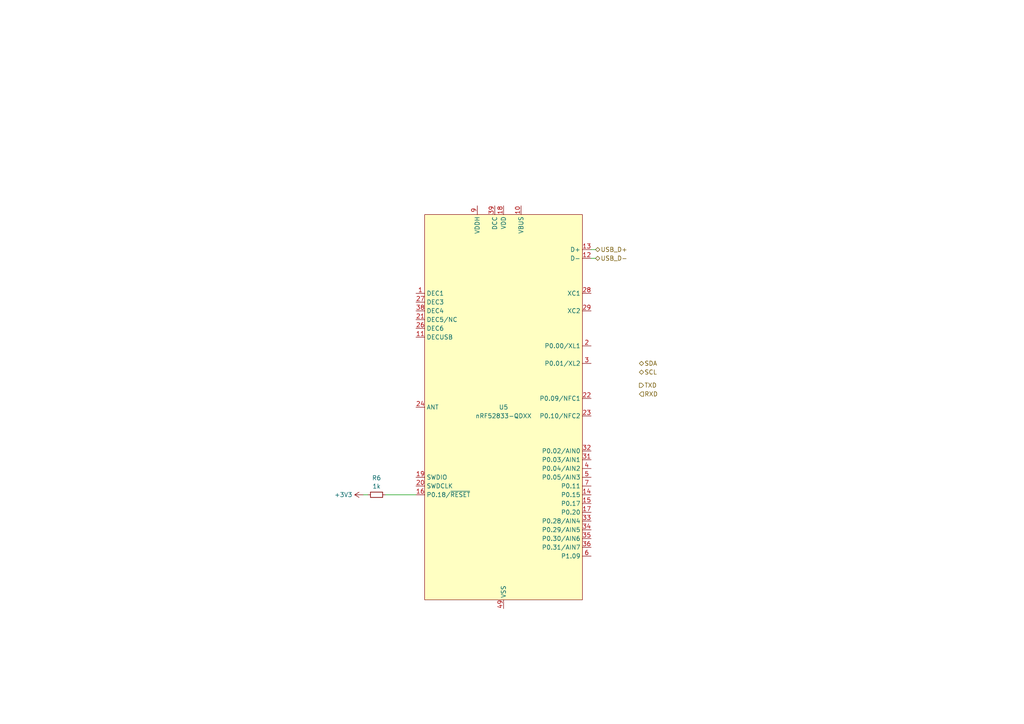
<source format=kicad_sch>
(kicad_sch (version 20230121) (generator eeschema)
  (paper "A4")
  (lib_symbols
    (symbol "Device:R_Small" (pin_numbers hide) (pin_names (offset 0.254) hide)
      (property "Reference" "R" (at 0.762 0.508 0))
      (property "Value" "R_Small" (at 0.762 -1.016 0))
      (symbol "R_Small_0_1"
        (rectangle (start -0.762 1.778) (end 0.762 -1.778) (stroke (width 0.2032)))
      )
      (symbol "R_Small_1_1"
        (pin passive line (at 0 2.54 270) (length 0.762) (name "~") (number "1"))
        (pin passive line (at 0 -2.54 90) (length 0.762) (name "~") (number "2"))
      )
    )
    (symbol "PCM_nordic-lib-kicad-nrf52:nRF52833-QDXX"
      (property "Reference" "U" (at 0 0 0))
      (property "Value" "nRF52833-QDXX" (at 0 -2.54 0))
      (symbol "nRF52833-QDXX_0_0"
        (pin unspecified line (at -5.08 58.42 270) (length 2.54) (name "VBUS") (number "10"))
        (pin unspecified line (at 25.4 20.32 180) (length 2.54) (name "DECUSB") (number "11"))
        (pin unspecified line (at -25.4 43.18 0) (length 2.54) (name "D-") (number "12"))
        (pin unspecified line (at -25.4 45.72 0) (length 2.54) (name "D+") (number "13"))
        (pin unspecified line (at -25.4 -25.4 0) (length 2.54) (name "P0.15") (number "14"))
        (pin unspecified line (at -25.4 -27.94 0) (length 2.54) (name "P0.17") (number "15"))
        (pin unspecified line (at -25.4 -30.48 0) (length 2.54) (name "P0.20") (number "17"))
        (pin unspecified line (at 0 58.42 270) (length 2.54) (name "VDD") (number "18"))
        (pin unspecified line (at 25.4 -20.32 180) (length 2.54) (name "SWDIO") (number "19"))
        (pin unspecified line (at -25.4 17.78 0) (length 2.54) (name "P0.00/XL1") (number "2"))
        (pin unspecified line (at 25.4 -22.86 180) (length 2.54) (name "SWDCLK") (number "20"))
        (pin unspecified line (at -25.4 2.54 0) (length 2.54) (name "P0.09/NFC1") (number "22"))
        (pin unspecified line (at -25.4 -2.54 0) (length 2.54) (name "P0.10/NFC2") (number "23"))
        (pin unspecified line (at 25.4 0 180) (length 2.54) (name "ANT") (number "24"))
        (pin unspecified line (at -25.4 33.02 0) (length 2.54) (name "XC1") (number "28"))
        (pin unspecified line (at -25.4 27.94 0) (length 2.54) (name "XC2") (number "29"))
        (pin unspecified line (at -25.4 12.7 0) (length 2.54) (name "P0.01/XL2") (number "3"))
        (pin unspecified line (at -25.4 -15.24 0) (length 2.54) (name "P0.03/AIN1") (number "31"))
        (pin unspecified line (at -25.4 -12.7 0) (length 2.54) (name "P0.02/AIN0") (number "32"))
        (pin unspecified line (at -25.4 -33.02 0) (length 2.54) (name "P0.28/AIN4") (number "33"))
        (pin unspecified line (at -25.4 -35.56 0) (length 2.54) (name "P0.29/AIN5") (number "34"))
        (pin unspecified line (at -25.4 -38.1 0) (length 2.54) (name "P0.30/AIN6") (number "35"))
        (pin unspecified line (at -25.4 -40.64 0) (length 2.54) (name "P0.31/AIN7") (number "36"))
        (pin unspecified line (at 2.54 58.42 270) (length 2.54) (name "DCC") (number "39"))
        (pin unspecified line (at -25.4 -17.78 0) (length 2.54) (name "P0.04/AIN2") (number "4"))
        (pin unspecified line (at -25.4 -20.32 0) (length 2.54) (name "P0.05/AIN3") (number "5"))
        (pin unspecified line (at -25.4 -43.18 0) (length 2.54) (name "P1.09") (number "6"))
        (pin unspecified line (at -25.4 -22.86 0) (length 2.54) (name "P0.11") (number "7"))
        (pin unspecified line (at 7.62 58.42 270) (length 2.54) (name "VDDH") (number "9"))
      )
      (symbol "nRF52833-QDXX_1_0"
        (pin unspecified line (at 25.4 33.02 180) (length 2.54) (name "DEC1") (number "1"))
        (pin unspecified line (at 25.4 -25.4 180) (length 2.54) (name "P0.18/~{RESET}") (number "16"))
        (pin unspecified line (at 25.4 25.4 180) (length 2.54) (name "DEC5/NC") (number "21"))
        (pin unspecified line (at 0 -58.42 90) (length 2.54) hide (name "VSS_PA") (number "25"))
        (pin unspecified line (at 25.4 22.86 180) (length 2.54) (name "DEC6") (number "26"))
        (pin unspecified line (at 25.4 30.48 180) (length 2.54) (name "DEC3") (number "27"))
        (pin unspecified line (at 0 58.42 270) (length 2.54) hide (name "VDD") (number "30"))
        (pin unspecified line (at 0 -58.42 90) (length 2.54) hide (name "VSS") (number "37"))
        (pin unspecified line (at 25.4 27.94 180) (length 2.54) (name "DEC4") (number "38"))
        (pin unspecified line (at 0 58.42 270) (length 2.54) hide (name "VDD") (number "40"))
        (pin unspecified line (at 0 -58.42 90) (length 2.54) (name "VSS") (number "49"))
        (pin unspecified line (at 0 58.42 270) (length 2.54) hide (name "VDD") (number "8"))
      )
      (symbol "nRF52833-QDXX_1_1"
        (rectangle (start -22.86 55.88) (end 22.86 -55.88) (fill (type background)))
      )
    )
    (symbol "power:+3V3" (power) (pin_names (offset 0))
      (property "Value" "+3V3" (at 0 3.556 0))
      (symbol "+3V3_0_1"
        (polyline (pts (xy -0.762 1.27) (xy 0 2.54)))
        (polyline (pts (xy 0 0) (xy 0 2.54)))
        (polyline (pts (xy 0 2.54) (xy 0.762 1.27)))
      )
      (symbol "+3V3_1_1"
        (pin power_in line (at 0 0 90) (length 0) hide (name "+3V3") (number "1"))
      )
    )
  )
  (wire (pts (xy 171.45 72.39) (xy 172.72 72.39)))
  (wire (pts (xy 111.76 143.51) (xy 120.65 143.51)))
  (wire (pts (xy 171.45 74.93) (xy 172.72 74.93)))
  (wire (pts (xy 105.41 143.51) (xy 106.68 143.51)))
  (hierarchical_label "TXD" (shape output) (at 185.42 111.76 0))
  (hierarchical_label "USB_D-" (shape bidirectional) (at 172.72 74.93 0))
  (hierarchical_label "SCL" (shape bidirectional) (at 185.42 107.95 0))
  (hierarchical_label "RXD" (shape input) (at 185.42 114.3 0))
  (hierarchical_label "SDA" (shape bidirectional) (at 185.42 105.41 0))
  (hierarchical_label "USB_D+" (shape bidirectional) (at 172.72 72.39 0))
  (symbol (lib_id "power:+3V3") (at 105.41 143.51 90) (unit 1)
    (property "Reference" "#PWR027" (effects hide))
    (property "Value" "+3V3" (at 102.235 143.51 90) (effects (justify left)))
  )
  (symbol (lib_id "PCM_nordic-lib-kicad-nrf52:nRF52833-QDXX") (at 146.05 118.11 0) (mirror y) (unit 1)
    (property "Reference" "U5" (at 146.05 118.11 0))
    (property "Value" "nRF52833-QDXX" (at 146.05 120.65 0))
    (property "Footprint" "Package_DFN_QFN:QFN-40-1EP_5x5mm_P0.4mm_EP3.6x3.6mm" (effects hide))
  )
  (symbol (lib_id "Device:R_Small") (at 109.22 143.51 90) (unit 1)
    (property "Reference" "R6" (at 109.22 138.6291 90))
    (property "Value" "1k" (at 109.22 141.0533 90))
    (property "Footprint" "Resistor_SMD:R_0402_1005Metric" (effects hide))
  )
)
</source>
